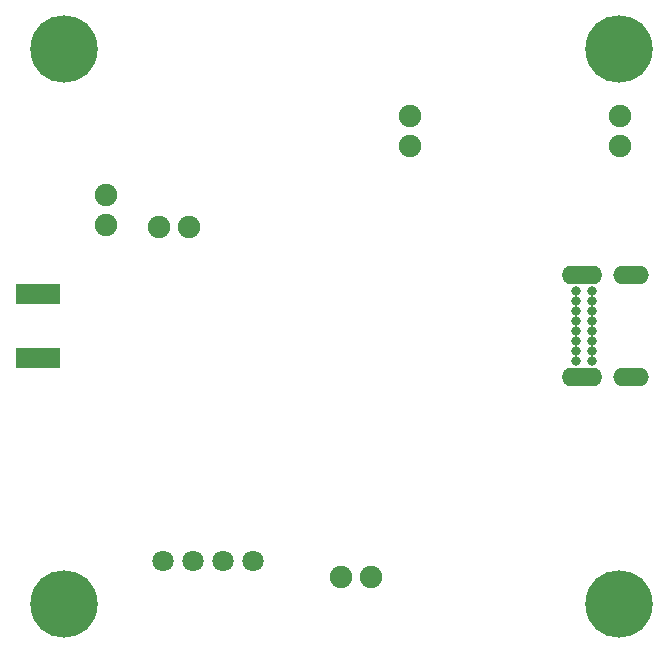
<source format=gbs>
G04*
G04 #@! TF.GenerationSoftware,Altium Limited,Altium Designer,24.9.1 (31)*
G04*
G04 Layer_Color=16711935*
%FSLAX25Y25*%
%MOIN*%
G70*
G04*
G04 #@! TF.SameCoordinates,A3C4BDD5-98FE-4EBF-97C8-16CFD852CAFA*
G04*
G04*
G04 #@! TF.FilePolarity,Negative*
G04*
G01*
G75*
%ADD35R,0.14580X0.06706*%
%ADD37C,0.22453*%
%ADD38O,0.13595X0.06115*%
%ADD39O,0.12020X0.06115*%
%ADD40C,0.03150*%
%ADD41C,0.07493*%
%ADD42C,0.07099*%
D35*
X7087Y118898D02*
D03*
Y97638D02*
D03*
D37*
X15748Y15748D02*
D03*
X200787D02*
D03*
Y200787D02*
D03*
X15748D02*
D03*
D38*
X188386Y91260D02*
D03*
Y125276D02*
D03*
D39*
X204724Y91260D02*
D03*
Y125276D02*
D03*
D40*
X186417Y96555D02*
D03*
Y99902D02*
D03*
Y103248D02*
D03*
Y106595D02*
D03*
Y109941D02*
D03*
Y113287D02*
D03*
Y116634D02*
D03*
Y119980D02*
D03*
X191732D02*
D03*
Y116634D02*
D03*
Y113287D02*
D03*
Y109941D02*
D03*
Y106595D02*
D03*
Y103248D02*
D03*
Y99902D02*
D03*
Y96555D02*
D03*
D41*
X201181Y168228D02*
D03*
Y178228D02*
D03*
X131102Y168228D02*
D03*
Y178228D02*
D03*
X47461Y141240D02*
D03*
X57461D02*
D03*
X118189Y24705D02*
D03*
X108189D02*
D03*
X29921Y141850D02*
D03*
Y151850D02*
D03*
D42*
X78799Y30118D02*
D03*
X68799D02*
D03*
X58799D02*
D03*
X48799D02*
D03*
M02*

</source>
